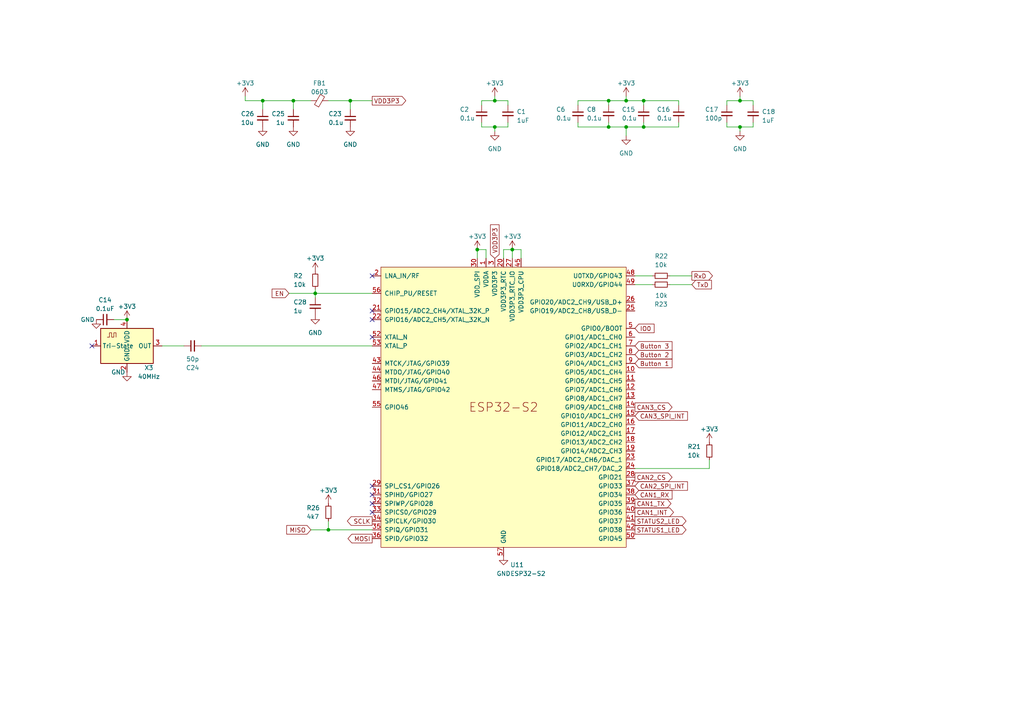
<source format=kicad_sch>
(kicad_sch (version 20230121) (generator eeschema)
  (paper "A4")
  (title_block (title "VehicleVCU") (date "2023-06-26") (rev "V2.0") (company "Niko Smith"))
  (lib_symbols
    (symbol "Device:C_Small" (pin_numbers hide) (pin_names (offset 0.254) hide)
      (property "Reference" "C" (at 0.254 1.778 0))
      (property "Value" "C_Small" (at 0.254 -2.032 0))
      (symbol "C_Small_0_1"
        (polyline (pts (xy -1.524 -0.508) (xy 1.524 -0.508)) (stroke (width 0.3302)))
        (polyline (pts (xy -1.524 0.508) (xy 1.524 0.508)) (stroke (width 0.3048)))
      )
      (symbol "C_Small_1_1"
        (pin passive line (at 0 2.54 270) (length 2.032) (name "~") (number "1"))
        (pin passive line (at 0 -2.54 90) (length 2.032) (name "~") (number "2"))
      )
    )
    (symbol "Device:FerriteBead_Small" (pin_numbers hide) (pin_names (offset 0))
      (property "Reference" "FB" (at 1.905 1.27 0))
      (property "Value" "FerriteBead_Small" (at 1.905 -1.27 0))
      (symbol "FerriteBead_Small_0_1"
        (polyline (pts (xy 0 -1.27) (xy 0 -0.7874)))
        (polyline (pts (xy 0 0.889) (xy 0 1.2954)))
        (polyline (pts (xy -1.8288 0.2794) (xy -1.1176 1.4986) (xy 1.8288 -0.2032) (xy 1.1176 -1.4224) (xy -1.8288 0.2794)))
      )
      (symbol "FerriteBead_Small_1_1"
        (pin passive line (at 0 2.54 270) (length 1.27) (name "~") (number "1"))
        (pin passive line (at 0 -2.54 90) (length 1.27) (name "~") (number "2"))
      )
    )
    (symbol "Device:R_Small" (pin_numbers hide) (pin_names (offset 0.254) hide)
      (property "Reference" "R" (at 0.762 0.508 0))
      (property "Value" "R_Small" (at 0.762 -1.016 0))
      (symbol "R_Small_0_1"
        (rectangle (start -0.762 1.778) (end 0.762 -1.778) (stroke (width 0.2032)))
      )
      (symbol "R_Small_1_1"
        (pin passive line (at 0 2.54 270) (length 0.762) (name "~") (number "1"))
        (pin passive line (at 0 -2.54 90) (length 0.762) (name "~") (number "2"))
      )
    )
    (symbol "Oscillator:ASCO"
      (property "Reference" "X" (at -7.62 6.35 0))
      (property "Value" "ASCO" (at 1.27 -6.35 0))
      (symbol "ASCO_0_1"
        (rectangle (start -7.62 5.08) (end 7.62 -5.08) (stroke (width 0.254)) (fill (type background)))
        (polyline (pts (xy -5.715 2.54) (xy -5.08 2.54) (xy -5.08 3.81) (xy -4.445 3.81) (xy -4.445 2.54) (xy -3.81 2.54) (xy -3.81 3.81) (xy -3.175 3.81) (xy -3.175 2.54)))
      )
      (symbol "ASCO_1_1"
        (pin input line (at -10.16 0 0) (length 2.54) (name "Tri-State") (number "1"))
        (pin power_in line (at 0 -7.62 90) (length 2.54) (name "GND") (number "2"))
        (pin output line (at 10.16 0 180) (length 2.54) (name "OUT") (number "3"))
        (pin power_in line (at 0 7.62 270) (length 2.54) (name "VDD") (number "4"))
      )
    )
    (symbol "PCM_Espressif:ESP32-S2" (pin_names (offset 1.016))
      (property "Reference" "U2" (at 1.9559 -45.72 0))
      (property "Value" "ESP32-S2" (at 1.9559 -48.26 0))
      (symbol "ESP32-S2_0_0"
        (text "ESP32-S2" (at 0 0 0) (effects (font (size 2.54 2.54))))
      )
      (symbol "ESP32-S2_0_1"
        (rectangle (start -35.56 40.64) (end 35.56 -40.64) (fill (type background)))
      )
      (symbol "ESP32-S2_1_1"
        (pin power_in line (at -5.08 43.18 270) (length 2.54) (name "VDDA") (number "1"))
        (pin bidirectional line (at 38.1 10.16 180) (length 2.54) (name "GPIO5/ADC1_CH4") (number "10"))
        (pin bidirectional line (at 38.1 7.62 180) (length 2.54) (name "GPIO6/ADC1_CH5") (number "11"))
        (pin bidirectional line (at 38.1 5.08 180) (length 2.54) (name "GPIO7/ADC1_CH6") (number "12"))
        (pin bidirectional line (at 38.1 2.54 180) (length 2.54) (name "GPIO8/ADC1_CH7") (number "13"))
        (pin bidirectional line (at 38.1 0 180) (length 2.54) (name "GPIO9/ADC1_CH8") (number "14"))
        (pin bidirectional line (at 38.1 -2.54 180) (length 2.54) (name "GPIO10/ADC1_CH9") (number "15"))
        (pin bidirectional line (at 38.1 -5.08 180) (length 2.54) (name "GPIO11/ADC2_CH0") (number "16"))
        (pin bidirectional line (at 38.1 -7.62 180) (length 2.54) (name "GPIO12/ADC2_CH1") (number "17"))
        (pin bidirectional line (at 38.1 -10.16 180) (length 2.54) (name "GPIO13/ADC2_CH2") (number "18"))
        (pin bidirectional line (at 38.1 -12.7 180) (length 2.54) (name "GPIO14/ADC2_CH3") (number "19"))
        (pin bidirectional line (at -38.1 38.1 0) (length 2.54) (name "LNA_IN/RF") (number "2"))
        (pin power_in line (at 0 43.18 270) (length 2.54) (name "VDD3P3_RTC") (number "20"))
        (pin bidirectional line (at -38.1 27.94 0) (length 2.54) (name "GPIO15/ADC2_CH4/XTAL_32K_P") (number "21"))
        (pin bidirectional line (at -38.1 25.4 0) (length 2.54) (name "GPIO16/ADC2_CH5/XTAL_32K_N") (number "22"))
        (pin bidirectional line (at 38.1 -15.24 180) (length 2.54) (name "GPIO17/ADC2_CH6/DAC_1") (number "23"))
        (pin bidirectional line (at 38.1 -17.78 180) (length 2.54) (name "GPIO18/ADC2_CH7/DAC_2") (number "24"))
        (pin bidirectional line (at 38.1 27.94 180) (length 2.54) (name "GPIO19/ADC2_CH8/USB_D-") (number "25"))
        (pin bidirectional line (at 38.1 30.48 180) (length 2.54) (name "GPIO20/ADC2_CH9/USB_D+") (number "26"))
        (pin power_in line (at 2.54 43.18 270) (length 2.54) (name "VDD3P3_RTC_IO") (number "27"))
        (pin bidirectional line (at 38.1 -20.32 180) (length 2.54) (name "GPIO21") (number "28"))
        (pin bidirectional line (at -38.1 -22.86 0) (length 2.54) (name "SPI_CS1/GPIO26") (number "29"))
        (pin power_in line (at -2.54 43.18 270) (length 2.54) (name "VDD3P3") (number "3"))
        (pin power_out line (at -7.62 43.18 270) (length 2.54) (name "VDD_SPI") (number "30"))
        (pin bidirectional line (at -38.1 -25.4 0) (length 2.54) (name "SPIHD/GPIO27") (number "31"))
        (pin bidirectional line (at -38.1 -27.94 0) (length 2.54) (name "SPIWP/GPIO28") (number "32"))
        (pin bidirectional line (at -38.1 -30.48 0) (length 2.54) (name "SPICS0/GPIO29") (number "33"))
        (pin bidirectional line (at -38.1 -33.02 0) (length 2.54) (name "SPICLK/GPIO30") (number "34"))
        (pin bidirectional line (at -38.1 -35.56 0) (length 2.54) (name "SPIQ/GPIO31") (number "35"))
        (pin bidirectional line (at -38.1 -38.1 0) (length 2.54) (name "SPID/GPIO32") (number "36"))
        (pin bidirectional line (at 38.1 -22.86 180) (length 2.54) (name "GPIO33") (number "37"))
        (pin bidirectional line (at 38.1 -25.4 180) (length 2.54) (name "GPIO34") (number "38"))
        (pin bidirectional line (at 38.1 -27.94 180) (length 2.54) (name "GPIO35") (number "39"))
        (pin passive line (at -2.54 43.18 270) (length 2.54) hide (name "VDD3P3") (number "4"))
        (pin bidirectional line (at 38.1 -30.48 180) (length 2.54) (name "GPIO36") (number "40"))
        (pin bidirectional line (at 38.1 -33.02 180) (length 2.54) (name "GPIO37") (number "41"))
        (pin bidirectional line (at 38.1 -35.56 180) (length 2.54) (name "GPIO38") (number "42"))
        (pin input line (at -38.1 12.7 0) (length 2.54) (name "MTCK/JTAG/GPIO39") (number "43"))
        (pin output line (at -38.1 10.16 0) (length 2.54) (name "MTDO/JTAG/GPIO40") (number "44"))
        (pin power_in line (at 5.08 43.18 270) (length 2.54) (name "VDD3P3_CPU") (number "45"))
        (pin input line (at -38.1 7.62 0) (length 2.54) (name "MTDI/JTAG/GPIO41") (number "46"))
        (pin output line (at -38.1 5.08 0) (length 2.54) (name "MTMS/JTAG/GPIO42") (number "47"))
        (pin bidirectional line (at 38.1 38.1 180) (length 2.54) (name "U0TXD/GPIO43") (number "48"))
        (pin bidirectional line (at 38.1 35.56 180) (length 2.54) (name "U0RXD/GPIO44") (number "49"))
        (pin bidirectional line (at 38.1 22.86 180) (length 2.54) (name "GPIO0/BOOT") (number "5"))
        (pin bidirectional line (at 38.1 -38.1 180) (length 2.54) (name "GPIO45") (number "50"))
        (pin passive line (at -5.08 43.18 270) (length 2.54) hide (name "VDDA") (number "51"))
        (pin output line (at -38.1 20.32 0) (length 2.54) (name "XTAL_N") (number "52"))
        (pin input line (at -38.1 17.78 0) (length 2.54) (name "XTAL_P") (number "53"))
        (pin passive line (at -5.08 43.18 270) (length 2.54) hide (name "VDDA") (number "54"))
        (pin input line (at -38.1 0 0) (length 2.54) (name "GPIO46") (number "55"))
        (pin bidirectional line (at -38.1 33.02 0) (length 2.54) (name "CHIP_PU/RESET") (number "56"))
        (pin power_in line (at 0 -43.18 90) (length 2.54) (name "GND") (number "57"))
        (pin bidirectional line (at 38.1 20.32 180) (length 2.54) (name "GPIO1/ADC1_CH0") (number "6"))
        (pin bidirectional line (at 38.1 17.78 180) (length 2.54) (name "GPIO2/ADC1_CH1") (number "7"))
        (pin bidirectional line (at 38.1 15.24 180) (length 2.54) (name "GPIO3/ADC1_CH2") (number "8"))
        (pin bidirectional line (at 38.1 12.7 180) (length 2.54) (name "GPIO4/ADC1_CH3") (number "9"))
      )
    )
    (symbol "power:+3.3V" (power) (pin_names (offset 0))
      (property "Value" "+3.3V" (at 0 3.556 0))
      (symbol "+3.3V_0_1"
        (polyline (pts (xy -0.762 1.27) (xy 0 2.54)))
        (polyline (pts (xy 0 0) (xy 0 2.54)))
        (polyline (pts (xy 0 2.54) (xy 0.762 1.27)))
      )
      (symbol "+3.3V_1_1"
        (pin power_in line (at 0 0 90) (length 0) hide (name "+3V3") (number "1"))
      )
    )
    (symbol "power:+3V3" (power) (pin_names (offset 0))
      (property "Value" "+3V3" (at 0 3.556 0))
      (symbol "+3V3_0_1"
        (polyline (pts (xy -0.762 1.27) (xy 0 2.54)))
        (polyline (pts (xy 0 0) (xy 0 2.54)))
        (polyline (pts (xy 0 2.54) (xy 0.762 1.27)))
      )
      (symbol "+3V3_1_1"
        (pin power_in line (at 0 0 90) (length 0) hide (name "+3V3") (number "1"))
      )
    )
    (symbol "power:GND" (power) (pin_names (offset 0))
      (property "Value" "GND" (at 0 -3.81 0))
      (symbol "GND_0_1"
        (polyline (pts (xy 0 0) (xy 0 -1.27) (xy 1.27 -1.27) (xy 0 -2.54) (xy -1.27 -1.27) (xy 0 -1.27)))
      )
      (symbol "GND_1_1"
        (pin power_in line (at 0 0 270) (length 0) hide (name "GND") (number "1"))
      )
    )
  )
  (junction (at 181.61 29.21))
  (junction (at 186.69 36.83))
  (junction (at 85.09 29.21))
  (junction (at 95.25 153.67))
  (junction (at 148.59 72.39))
  (junction (at 181.61 36.83))
  (junction (at 176.53 29.21))
  (junction (at 214.63 36.83))
  (junction (at 76.2 29.21))
  (junction (at 36.83 92.71))
  (junction (at 214.63 29.21))
  (junction (at 91.44 85.09))
  (junction (at 101.6 29.21))
  (junction (at 143.51 29.21))
  (junction (at 143.51 36.83))
  (junction (at 186.69 29.21))
  (junction (at 176.53 36.83))
  (junction (at 138.43 72.39))
  (no_connect (at 26.67 100.33))
  (no_connect (at 107.95 140.97))
  (no_connect (at 107.95 80.01))
  (no_connect (at 107.95 97.79))
  (no_connect (at 107.95 148.59))
  (no_connect (at 107.95 92.71))
  (no_connect (at 107.95 143.51))
  (no_connect (at 107.95 90.17))
  (no_connect (at 107.95 146.05))
  (wire (pts (xy 147.32 29.21) (xy 143.51 29.21)))
  (wire (pts (xy 176.53 29.21) (xy 176.53 30.48)))
  (wire (pts (xy 76.2 29.21) (xy 85.09 29.21)))
  (wire (pts (xy 218.44 29.21) (xy 214.63 29.21)))
  (wire (pts (xy 176.53 29.21) (xy 167.64 29.21)))
  (wire (pts (xy 181.61 29.21) (xy 176.53 29.21)))
  (wire (pts (xy 196.85 29.21) (xy 186.69 29.21)))
  (wire (pts (xy 200.66 82.55) (xy 194.31 82.55)))
  (wire (pts (xy 146.05 72.39) (xy 148.59 72.39)))
  (wire (pts (xy 181.61 36.83) (xy 181.61 39.37)))
  (wire (pts (xy 181.61 27.94) (xy 181.61 29.21)))
  (wire (pts (xy 200.66 80.01) (xy 194.31 80.01)))
  (wire (pts (xy 95.25 29.21) (xy 101.6 29.21)))
  (wire (pts (xy 90.17 153.67) (xy 95.25 153.67)))
  (wire (pts (xy 151.13 74.93) (xy 151.13 72.39)))
  (wire (pts (xy 214.63 36.83) (xy 218.44 36.83)))
  (wire (pts (xy 176.53 36.83) (xy 167.64 36.83)))
  (wire (pts (xy 181.61 36.83) (xy 176.53 36.83)))
  (wire (pts (xy 196.85 30.48) (xy 196.85 29.21)))
  (wire (pts (xy 91.44 85.09) (xy 107.95 85.09)))
  (wire (pts (xy 205.74 135.89) (xy 205.74 133.35)))
  (wire (pts (xy 176.53 35.56) (xy 176.53 36.83)))
  (wire (pts (xy 101.6 29.21) (xy 101.6 31.75)))
  (wire (pts (xy 214.63 36.83) (xy 214.63 38.1)))
  (wire (pts (xy 210.82 29.21) (xy 214.63 29.21)))
  (wire (pts (xy 186.69 29.21) (xy 181.61 29.21)))
  (wire (pts (xy 196.85 35.56) (xy 196.85 36.83)))
  (wire (pts (xy 184.15 135.89) (xy 205.74 135.89)))
  (wire (pts (xy 218.44 30.48) (xy 218.44 29.21)))
  (wire (pts (xy 189.23 80.01) (xy 184.15 80.01)))
  (wire (pts (xy 83.82 85.09) (xy 91.44 85.09)))
  (wire (pts (xy 143.51 36.83) (xy 143.51 38.1)))
  (wire (pts (xy 71.12 29.21) (xy 76.2 29.21)))
  (wire (pts (xy 139.7 35.56) (xy 139.7 36.83)))
  (wire (pts (xy 210.82 36.83) (xy 214.63 36.83)))
  (wire (pts (xy 95.25 153.67) (xy 107.95 153.67)))
  (wire (pts (xy 147.32 30.48) (xy 147.32 29.21)))
  (wire (pts (xy 85.09 29.21) (xy 90.17 29.21)))
  (wire (pts (xy 147.32 36.83) (xy 147.32 35.56)))
  (wire (pts (xy 139.7 30.48) (xy 139.7 29.21)))
  (wire (pts (xy 85.09 31.75) (xy 85.09 29.21)))
  (wire (pts (xy 186.69 35.56) (xy 186.69 36.83)))
  (wire (pts (xy 146.05 74.93) (xy 146.05 72.39)))
  (wire (pts (xy 138.43 74.93) (xy 138.43 72.39)))
  (wire (pts (xy 186.69 30.48) (xy 186.69 29.21)))
  (wire (pts (xy 167.64 36.83) (xy 167.64 35.56)))
  (wire (pts (xy 76.2 31.75) (xy 76.2 29.21)))
  (wire (pts (xy 91.44 83.82) (xy 91.44 85.09)))
  (wire (pts (xy 143.51 29.21) (xy 143.51 27.94)))
  (wire (pts (xy 186.69 36.83) (xy 181.61 36.83)))
  (wire (pts (xy 167.64 29.21) (xy 167.64 30.48)))
  (wire (pts (xy 33.02 92.71) (xy 36.83 92.71)))
  (wire (pts (xy 91.44 86.36) (xy 91.44 85.09)))
  (wire (pts (xy 139.7 36.83) (xy 143.51 36.83)))
  (wire (pts (xy 148.59 72.39) (xy 148.59 74.93)))
  (wire (pts (xy 218.44 36.83) (xy 218.44 35.56)))
  (wire (pts (xy 210.82 30.48) (xy 210.82 29.21)))
  (wire (pts (xy 210.82 35.56) (xy 210.82 36.83)))
  (wire (pts (xy 46.99 100.33) (xy 53.34 100.33)))
  (wire (pts (xy 196.85 36.83) (xy 186.69 36.83)))
  (wire (pts (xy 151.13 72.39) (xy 148.59 72.39)))
  (wire (pts (xy 95.25 151.13) (xy 95.25 153.67)))
  (wire (pts (xy 143.51 36.83) (xy 147.32 36.83)))
  (wire (pts (xy 58.42 100.33) (xy 107.95 100.33)))
  (wire (pts (xy 214.63 29.21) (xy 214.63 27.94)))
  (wire (pts (xy 138.43 72.39) (xy 140.97 72.39)))
  (wire (pts (xy 139.7 29.21) (xy 143.51 29.21)))
  (wire (pts (xy 140.97 74.93) (xy 140.97 72.39)))
  (wire (pts (xy 189.23 82.55) (xy 184.15 82.55)))
  (wire (pts (xy 71.12 27.94) (xy 71.12 29.21)))
  (wire (pts (xy 101.6 29.21) (xy 107.95 29.21)))
  (global_label "CAN2_SPI_INT" (shape input) (at 184.15 140.97 0) (property "Intersheetrefs" "${INTERSHEET_REFS}" (effects hide)))
  (global_label "CAN3_SPI_INT" (shape input) (at 184.15 120.65 0) (property "Intersheetrefs" "${INTERSHEET_REFS}" (effects hide)))
  (global_label "VDD3P3" (shape output) (at 107.95 29.21 0) (property "Intersheetrefs" "${INTERSHEET_REFS}" (effects hide)))
  (global_label "STATUS1_LED" (shape output) (at 184.15 153.67 0) (property "Intersheetrefs" "${INTERSHEET_REFS}" (effects hide)))
  (global_label "VDD3P3" (shape input) (at 143.51 74.93 90) (property "Intersheetrefs" "${INTERSHEET_REFS}" (effects hide)))
  (global_label "Button 3" (shape input) (at 184.15 100.33 0) (property "Intersheetrefs" "${INTERSHEET_REFS}" (effects hide)))
  (global_label "RxD" (shape output) (at 200.66 80.01 0) (property "Intersheetrefs" "${INTERSHEET_REFS}" (effects hide)))
  (global_label "MISO" (shape input) (at 90.17 153.67 180) (property "Intersheetrefs" "${INTERSHEET_REFS}" (effects hide)))
  (global_label "CAN1_TX" (shape output) (at 184.15 146.05 0) (property "Intersheetrefs" "${INTERSHEET_REFS}" (effects hide)))
  (global_label "IO0" (shape input) (at 184.15 95.25 0) (property "Intersheetrefs" "${INTERSHEET_REFS}" (effects hide)))
  (global_label "CAN3_CS" (shape output) (at 184.15 118.11 0) (property "Intersheetrefs" "${INTERSHEET_REFS}" (effects hide)))
  (global_label "CAN2_CS" (shape output) (at 184.15 138.43 0) (property "Intersheetrefs" "${INTERSHEET_REFS}" (effects hide)))
  (global_label "SCLK" (shape output) (at 107.95 151.13 180) (property "Intersheetrefs" "${INTERSHEET_REFS}" (effects hide)))
  (global_label "TxD" (shape input) (at 200.66 82.55 0) (property "Intersheetrefs" "${INTERSHEET_REFS}" (effects hide)))
  (global_label "STATUS2_LED" (shape output) (at 184.15 151.13 0) (property "Intersheetrefs" "${INTERSHEET_REFS}" (effects hide)))
  (global_label "Button 2" (shape input) (at 184.15 102.87 0) (property "Intersheetrefs" "${INTERSHEET_REFS}" (effects hide)))
  (global_label "CAN1_INT" (shape output) (at 184.15 148.59 0) (property "Intersheetrefs" "${INTERSHEET_REFS}" (effects hide)))
  (global_label "MOSI" (shape output) (at 107.95 156.21 180) (property "Intersheetrefs" "${INTERSHEET_REFS}" (effects hide)))
  (global_label "CAN1_RX" (shape input) (at 184.15 143.51 0) (property "Intersheetrefs" "${INTERSHEET_REFS}" (effects hide)))
  (global_label "EN" (shape input) (at 83.82 85.09 180) (property "Intersheetrefs" "${INTERSHEET_REFS}" (effects hide)))
  (global_label "Button 1" (shape input) (at 184.15 105.41 0) (property "Intersheetrefs" "${INTERSHEET_REFS}" (effects hide)))
  (symbol (lib_id "Device:C_Small") (at 218.44 33.02 0) (unit 1)
    (property "Reference" "C18" (at 220.98 32.3913 0) (effects (justify left)))
    (property "Value" "1uF" (at 220.98 34.9313 0) (effects (justify left)))
    (property "Footprint" "Capacitor_SMD:C_0603_1608Metric" (effects hide))
  )
  (symbol (lib_id "power:GND") (at 85.09 36.83 0) (unit 1)
    (property "Reference" "#PWR065" (effects hide))
    (property "Value" "GND" (at 85.09 41.91 0))
  )
  (symbol (lib_id "power:+3V3") (at 95.25 146.05 0) (unit 1)
    (property "Reference" "#PWR072" (effects hide))
    (property "Value" "+3V3" (at 95.25 142.24 0))
  )
  (symbol (lib_id "Device:FerriteBead_Small") (at 92.71 29.21 90) (unit 1)
    (property "Reference" "FB1" (at 92.6719 24.13 90))
    (property "Value" "0603" (at 92.6719 26.67 90))
    (property "Footprint" "Inductor_SMD:L_0603_1608Metric" (effects hide))
  )
  (symbol (lib_id "Device:C_Small") (at 176.53 33.02 0) (unit 1)
    (property "Reference" "C8" (at 170.18 31.75 0) (effects (justify left)))
    (property "Value" "0.1u" (at 170.18 34.29 0) (effects (justify left)))
    (property "Footprint" "Capacitor_SMD:C_0603_1608Metric" (effects hide))
  )
  (symbol (lib_id "power:+3V3") (at 143.51 27.94 0) (unit 1)
    (property "Reference" "#PWR05" (effects hide))
    (property "Value" "+3V3" (at 143.51 24.13 0))
  )
  (symbol (lib_id "PCM_Espressif:ESP32-S2") (at 146.05 118.11 0) (unit 1)
    (property "Reference" "U11" (at 148.0059 163.83 0) (effects (justify left)))
    (property "Value" "ESP32-S2" (at 148.0059 166.37 0) (effects (justify left)))
    (property "Footprint" "Package_DFN_QFN:QFN-56-1EP_7x7mm_P0.4mm_EP5.6x5.6mm" (effects hide))
    (property "Datasheet" "https://www.espressif.com/sites/default/files/documentation/esp32-s2_datasheet_en.pdf" (effects hide))
    (instances (project "UCM23-PCB-ECU" (path "" (reference "U11") (unit 1)) (path "" (reference "U2") (unit 1))))
  )
  (symbol (lib_id "power:+3V3") (at 138.43 72.39 0) (unit 1)
    (property "Reference" "#PWR024" (effects hide))
    (property "Value" "+3V3" (at 138.43 68.58 0))
  )
  (symbol (lib_id "Device:C_Small") (at 55.88 100.33 90) (unit 1)
    (property "Reference" "C24" (at 55.88 106.68 90))
    (property "Value" "50p" (at 55.88 104.14 90))
    (property "Footprint" "Capacitor_SMD:C_0603_1608Metric" (effects hide))
  )
  (symbol (lib_id "Device:C_Small") (at 139.7 33.02 0) (unit 1)
    (property "Reference" "C2" (at 133.35 31.75 0) (effects (justify left)))
    (property "Value" "0.1u" (at 133.35 34.29 0) (effects (justify left)))
    (property "Footprint" "Capacitor_SMD:C_0603_1608Metric" (effects hide))
  )
  (symbol (lib_id "power:GND") (at 76.2 36.83 0) (unit 1)
    (property "Reference" "#PWR066" (effects hide))
    (property "Value" "GND" (at 76.2 41.91 0))
  )
  (symbol (lib_id "Oscillator:ASCO") (at 36.83 100.33 0) (unit 1)
    (property "Reference" "X3" (at 43.18 106.68 0))
    (property "Value" "40MHz" (at 43.18 109.22 0))
    (property "Footprint" "Oscillator:Oscillator_SMD_Abracon_ASDMB-4Pin_2.5x2.0mm" (effects hide))
    (property "Datasheet" "https://datasheet.lcsc.com/lcsc/2103291236_Yangxing-Tech-OT252040MJBA4SL_C669071.pdf" (effects hide))
    (property "LCSC" "C717687" (effects hide))
    (instances (project "UCM23-PCB-ECU" (path "" (reference "X3") (unit 1)) (path "" (reference "X1") (unit 1))) (project "UCM23-PCB-Accumulator-Motherboard" (path "" (reference "X1") (unit 1))) (project "UCM23-PCB-AMS-Master" (path "" (reference "X1") (unit 1))))
  )
  (symbol (lib_id "Device:C_Small") (at 85.09 34.29 0) (unit 1)
    (property "Reference" "C25" (at 78.74 33.02 0) (effects (justify left)))
    (property "Value" "1u" (at 80.01 35.56 0) (effects (justify left)))
    (property "Footprint" "Capacitor_SMD:C_0603_1608Metric" (effects hide))
  )
  (symbol (lib_id "power:+3V3") (at 91.44 78.74 0) (unit 1)
    (property "Reference" "#PWR071" (effects hide))
    (property "Value" "+3V3" (at 91.44 74.93 0))
  )
  (symbol (lib_id "Device:C_Small") (at 210.82 33.02 0) (unit 1)
    (property "Reference" "C17" (at 204.47 31.75 0) (effects (justify left)))
    (property "Value" "100p" (at 204.47 34.29 0) (effects (justify left)))
    (property "Footprint" "Capacitor_SMD:C_0603_1608Metric" (effects hide))
  )
  (symbol (lib_id "Device:C_Small") (at 167.64 33.02 0) (unit 1)
    (property "Reference" "C6" (at 161.29 31.75 0) (effects (justify left)))
    (property "Value" "0.1u" (at 161.29 34.29 0) (effects (justify left)))
    (property "Footprint" "Capacitor_SMD:C_0603_1608Metric" (effects hide))
  )
  (symbol (lib_id "Device:C_Small") (at 196.85 33.02 0) (unit 1)
    (property "Reference" "C16" (at 190.5 31.75 0) (effects (justify left)))
    (property "Value" "0.1u" (at 190.5 34.29 0) (effects (justify left)))
    (property "Footprint" "Capacitor_SMD:C_0603_1608Metric" (effects hide))
  )
  (symbol (lib_id "Device:C_Small") (at 147.32 33.02 0) (unit 1)
    (property "Reference" "C1" (at 149.86 32.3913 0) (effects (justify left)))
    (property "Value" "1uF" (at 149.86 34.9313 0) (effects (justify left)))
    (property "Footprint" "Capacitor_SMD:C_0603_1608Metric" (effects hide))
  )
  (symbol (lib_id "power:GND") (at 36.83 107.95 0) (unit 1)
    (property "Reference" "#PWR059" (effects hide))
    (property "Value" "GND" (at 34.29 107.95 0))
    (instances (project "UCM23-PCB-ECU" (path "" (reference "#PWR059") (unit 1)) (path "" (reference "#PWR069") (unit 1))) (project "UCM23-PCB-Accumulator-Motherboard" (path "" (reference "#PWR027") (unit 1))) (project "UCM23-PCB-AMS-Master" (path "" (reference "#PWR013") (unit 1))))
  )
  (symbol (lib_id "power:GND") (at 91.44 91.44 0) (unit 1)
    (property "Reference" "#PWR070" (effects hide))
    (property "Value" "GND" (at 91.44 96.52 0))
  )
  (symbol (lib_id "power:GND") (at 181.61 39.37 0) (unit 1)
    (property "Reference" "#PWR010" (effects hide))
    (property "Value" "GND" (at 181.61 44.45 0))
  )
  (symbol (lib_id "power:+3V3") (at 181.61 27.94 0) (unit 1)
    (property "Reference" "#PWR09" (effects hide))
    (property "Value" "+3V3" (at 181.61 24.13 0))
  )
  (symbol (lib_id "power:GND") (at 101.6 36.83 0) (unit 1)
    (property "Reference" "#PWR063" (effects hide))
    (property "Value" "GND" (at 101.6 41.91 0))
  )
  (symbol (lib_id "power:GND") (at 143.51 38.1 0) (unit 1)
    (property "Reference" "#PWR06" (effects hide))
    (property "Value" "GND" (at 143.51 43.18 0))
  )
  (symbol (lib_id "power:+3.3V") (at 36.83 92.71 0) (unit 1)
    (property "Reference" "#PWR058" (effects hide))
    (property "Value" "+3.3V" (at 36.83 88.9 0))
    (instances (project "UCM23-PCB-ECU" (path "" (reference "#PWR058") (unit 1)) (path "" (reference "#PWR068") (unit 1))) (project "UCM23-PCB-Accumulator-Motherboard" (path "" (reference "#PWR024") (unit 1))) (project "UCM23-PCB-AMS-Master" (path "" (reference "#PWR012") (unit 1))))
  )
  (symbol (lib_id "Device:C_Small") (at 76.2 34.29 0) (unit 1)
    (property "Reference" "C26" (at 69.85 33.02 0) (effects (justify left)))
    (property "Value" "10u" (at 69.85 35.56 0) (effects (justify left)))
    (property "Footprint" "Capacitor_SMD:C_0603_1608Metric" (effects hide))
  )
  (symbol (lib_id "Device:R_Small") (at 191.77 80.01 270) (unit 1)
    (property "Reference" "R22" (at 189.865 74.295 90) (effects (justify left)))
    (property "Value" "10k" (at 189.865 76.835 90) (effects (justify left)))
    (property "Footprint" "Resistor_SMD:R_0603_1608Metric" (effects hide))
  )
  (symbol (lib_id "Device:C_Small") (at 30.48 92.71 90) (unit 1)
    (property "Reference" "C14" (at 30.48 86.995 90))
    (property "Value" "0.1uF" (at 30.48 89.535 90))
    (property "Footprint" "Capacitor_SMD:C_0603_1608Metric" (effects hide))
    (instances (project "UCM23-PCB-ECU" (path "" (reference "C14") (unit 1)) (path "" (reference "C27") (unit 1))) (project "UCM23-PCB-Accumulator-Motherboard" (path "" (reference "C7") (unit 1))) (project "UCM23-PCB-AMS-Master" (path "" (reference "C6") (unit 1))))
  )
  (symbol (lib_id "Device:R_Small") (at 205.74 130.81 0) (unit 1)
    (property "Reference" "R21" (at 199.39 129.54 0) (effects (justify left)))
    (property "Value" "10k" (at 199.39 132.08 0) (effects (justify left)))
    (property "Footprint" "Resistor_SMD:R_0603_1608Metric" (effects hide))
  )
  (symbol (lib_id "Device:C_Small") (at 91.44 88.9 0) (unit 1)
    (property "Reference" "C28" (at 85.09 87.63 0) (effects (justify left)))
    (property "Value" "1u" (at 85.09 90.17 0) (effects (justify left)))
    (property "Footprint" "Capacitor_SMD:C_0603_1608Metric" (effects hide))
  )
  (symbol (lib_id "Device:C_Small") (at 186.69 33.02 0) (unit 1)
    (property "Reference" "C15" (at 180.34 31.75 0) (effects (justify left)))
    (property "Value" "0.1u" (at 180.34 34.29 0) (effects (justify left)))
    (property "Footprint" "Capacitor_SMD:C_0603_1608Metric" (effects hide))
  )
  (symbol (lib_id "power:+3V3") (at 214.63 27.94 0) (unit 1)
    (property "Reference" "#PWR029" (effects hide))
    (property "Value" "+3V3" (at 214.63 24.13 0))
  )
  (symbol (lib_id "power:GND") (at 27.94 92.71 0) (unit 1)
    (property "Reference" "#PWR057" (effects hide))
    (property "Value" "GND" (at 25.4 92.71 0))
    (instances (project "UCM23-PCB-ECU" (path "" (reference "#PWR057") (unit 1)) (path "" (reference "#PWR067") (unit 1))) (project "UCM23-PCB-Accumulator-Motherboard" (path "" (reference "#PWR013") (unit 1))) (project "UCM23-PCB-AMS-Master" (path "" (reference "#PWR010") (unit 1))))
  )
  (symbol (lib_id "Device:R_Small") (at 191.77 82.55 90) (unit 1)
    (property "Reference" "R23" (at 193.675 88.265 90) (effects (justify left)))
    (property "Value" "10k" (at 193.675 85.725 90) (effects (justify left)))
    (property "Footprint" "Resistor_SMD:R_0603_1608Metric" (effects hide))
  )
  (symbol (lib_id "power:+3V3") (at 148.59 72.39 0) (unit 1)
    (property "Reference" "#PWR061" (effects hide))
    (property "Value" "+3V3" (at 148.59 68.58 0))
  )
  (symbol (lib_id "power:+3V3") (at 71.12 27.94 0) (unit 1)
    (property "Reference" "#PWR062" (effects hide))
    (property "Value" "+3V3" (at 71.12 24.13 0))
  )
  (symbol (lib_id "Device:R_Small") (at 95.25 148.59 0) (unit 1)
    (property "Reference" "R26" (at 88.9 147.32 0) (effects (justify left)))
    (property "Value" "4k7" (at 88.9 149.86 0) (effects (justify left)))
    (property "Footprint" "Resistor_SMD:R_0603_1608Metric" (effects hide))
  )
  (symbol (lib_id "power:+3V3") (at 205.74 128.27 0) (unit 1)
    (property "Reference" "#PWR031" (effects hide))
    (property "Value" "+3V3" (at 205.74 124.46 0))
  )
  (symbol (lib_id "power:GND") (at 214.63 38.1 0) (unit 1)
    (property "Reference" "#PWR030" (effects hide))
    (property "Value" "GND" (at 214.63 43.18 0))
  )
  (symbol (lib_id "Device:C_Small") (at 101.6 34.29 0) (unit 1)
    (property "Reference" "C23" (at 95.25 33.02 0) (effects (justify left)))
    (property "Value" "0.1u" (at 95.25 35.56 0) (effects (justify left)))
    (property "Footprint" "Capacitor_SMD:C_0603_1608Metric" (effects hide))
  )
  (symbol (lib_id "Device:R_Small") (at 91.44 81.28 0) (unit 1)
    (property "Reference" "R2" (at 85.09 80.01 0) (effects (justify left)))
    (property "Value" "10k" (at 85.09 82.55 0) (effects (justify left)))
    (property "Footprint" "Resistor_SMD:R_0603_1608Metric" (effects hide))
  )
  (symbol (lib_id "power:GND") (at 146.05 161.29 0) (unit 1)
    (property "Reference" "#PWR04" (effects hide))
    (property "Value" "GND" (at 146.05 166.37 0))
  )
)
</source>
